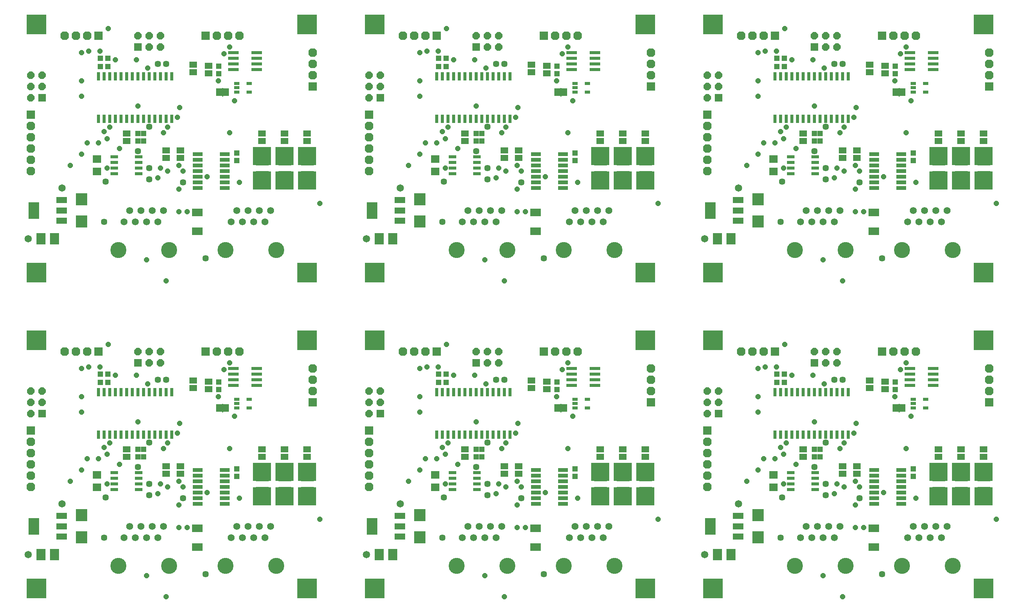
<source format=gbr>
%FSLAX23Y23*%
%MOIN*%
G04 EasyPC Gerber Version 14.0.2 Build 2922 *
%ADD74R,0.03159X0.07293*%
%ADD11R,0.04931X0.04537*%
%ADD73R,0.04931X0.02962*%
%ADD70R,0.06506X0.02962*%
%ADD18R,0.09261X0.02962*%
%ADD19R,0.08600X0.03200*%
%ADD10R,0.04537X0.04931*%
%ADD28R,0.05200X0.06900*%
%ADD12R,0.08277X0.10443*%
%ADD71R,0.09400X0.05400*%
%ADD27R,0.06506X0.05718*%
%ADD13R,0.07687X0.06899*%
%ADD17R,0.09183X0.06978*%
%ADD14R,0.10443X0.10639*%
%ADD23R,0.06600X0.06600*%
%ADD25R,0.07600X0.07600*%
%ADD21R,0.16348X0.16348*%
%ADD76R,0.17198X0.17198*%
%ADD22C,0.00100*%
%ADD29C,0.05718*%
%ADD15C,0.06143*%
%ADD72C,0.06506*%
%ADD16C,0.14195*%
%ADD20R,0.09261X0.14773*%
%AMT75*0 Octagon Pad at angle 0*4,1,8,-0.00952,-0.02300,0.00952,-0.02300,0.02300,-0.00952,0.02300,0.00952,0.00952,0.02300,-0.00952,0.02300,-0.02300,0.00952,-0.02300,-0.00952,-0.00952,-0.02300,0*%
%ADD75T75*%
%AMT24*0 Octagon Pad at angle 0*4,1,8,-0.01366,-0.03300,0.01366,-0.03300,0.03300,-0.01366,0.03300,0.01366,0.01366,0.03300,-0.01366,0.03300,-0.03300,0.01366,-0.03300,-0.01366,-0.01366,-0.03300,0*%
%ADD24T24*%
%AMT26*0 Octagon Pad at angle 0*4,1,8,-0.01573,-0.03800,0.01573,-0.03800,0.03800,-0.01573,0.03800,0.01573,0.01573,0.03800,-0.01573,0.03800,-0.03800,0.01573,-0.03800,-0.01573,-0.01573,-0.03800,0*%
%ADD26T26*%
X0Y0D02*
D02*
D10*
X1179Y1442D03*
Y1508D03*
Y4242D03*
Y4308D03*
X1229Y1442D03*
Y1508D03*
Y4242D03*
Y4308D03*
X1895Y2037D03*
Y2104D03*
Y4837D03*
Y4904D03*
X2054Y1267D03*
Y1333D03*
Y4067D03*
Y4133D03*
X4179Y1442D03*
Y1508D03*
Y4242D03*
Y4308D03*
X4229Y1442D03*
Y1508D03*
Y4242D03*
Y4308D03*
X4895Y2037D03*
Y2104D03*
Y4837D03*
Y4904D03*
X5054Y1267D03*
Y1333D03*
Y4067D03*
Y4133D03*
X7179Y1442D03*
Y1508D03*
Y4242D03*
Y4308D03*
X7229Y1442D03*
Y1508D03*
Y4242D03*
Y4308D03*
X7895Y2037D03*
Y2104D03*
Y4837D03*
Y4904D03*
X8054Y1267D03*
Y1333D03*
Y4067D03*
Y4133D03*
D02*
D11*
X845Y2100D03*
Y2175D03*
Y4900D03*
Y4975D03*
X912Y2100D03*
Y2175D03*
Y4900D03*
Y4975D03*
X3845Y2100D03*
Y2175D03*
Y4900D03*
Y4975D03*
X3912Y2100D03*
Y2175D03*
Y4900D03*
Y4975D03*
X6845Y2100D03*
Y2175D03*
Y4900D03*
Y4975D03*
X6912Y2100D03*
Y2175D03*
Y4900D03*
Y4975D03*
D02*
D12*
X319Y575D03*
Y3375D03*
X439Y575D03*
Y3375D03*
X3319Y575D03*
Y3375D03*
X3439Y575D03*
Y3375D03*
X6319Y575D03*
Y3375D03*
X6439Y575D03*
Y3375D03*
D02*
D13*
X816Y1170D03*
Y1280D03*
Y3970D03*
Y4080D03*
X3816Y1170D03*
Y1280D03*
Y3970D03*
Y4080D03*
X6816Y1170D03*
Y1280D03*
Y3970D03*
Y4080D03*
D02*
D14*
X679Y726D03*
Y924D03*
Y3526D03*
Y3724D03*
X3679Y726D03*
Y924D03*
Y3526D03*
Y3724D03*
X6679Y726D03*
Y924D03*
Y3526D03*
Y3724D03*
D02*
D15*
X1054Y725D03*
Y3525D03*
X1104Y825D03*
Y3625D03*
X1154Y725D03*
Y3525D03*
X1204Y825D03*
Y3625D03*
X1254Y725D03*
Y3525D03*
X1304Y825D03*
Y3625D03*
X1354Y725D03*
Y3525D03*
X1404Y825D03*
Y3625D03*
X2004Y725D03*
Y3525D03*
X2054Y825D03*
Y3625D03*
X2104Y725D03*
Y3525D03*
X2154Y825D03*
Y3625D03*
X2204Y725D03*
Y3525D03*
X2254Y825D03*
Y3625D03*
X2304Y725D03*
Y3525D03*
X2354Y825D03*
Y3625D03*
X4054Y725D03*
Y3525D03*
X4104Y825D03*
Y3625D03*
X4154Y725D03*
Y3525D03*
X4204Y825D03*
Y3625D03*
X4254Y725D03*
Y3525D03*
X4304Y825D03*
Y3625D03*
X4354Y725D03*
Y3525D03*
X4404Y825D03*
Y3625D03*
X5004Y725D03*
Y3525D03*
X5054Y825D03*
Y3625D03*
X5104Y725D03*
Y3525D03*
X5154Y825D03*
Y3625D03*
X5204Y725D03*
Y3525D03*
X5254Y825D03*
Y3625D03*
X5304Y725D03*
Y3525D03*
X5354Y825D03*
Y3625D03*
X7054Y725D03*
Y3525D03*
X7104Y825D03*
Y3625D03*
X7154Y725D03*
Y3525D03*
X7204Y825D03*
Y3625D03*
X7254Y725D03*
Y3525D03*
X7304Y825D03*
Y3625D03*
X7354Y725D03*
Y3525D03*
X7404Y825D03*
Y3625D03*
X8004Y725D03*
Y3525D03*
X8054Y825D03*
Y3625D03*
X8104Y725D03*
Y3525D03*
X8154Y825D03*
Y3625D03*
X8204Y725D03*
Y3525D03*
X8254Y825D03*
Y3625D03*
X8304Y725D03*
Y3525D03*
X8354Y825D03*
Y3625D03*
D02*
D16*
X1004Y475D03*
Y3275D03*
X1454Y475D03*
Y3275D03*
X1954Y475D03*
Y3275D03*
X2404Y475D03*
Y3275D03*
X4004Y475D03*
Y3275D03*
X4454Y475D03*
Y3275D03*
X4954Y475D03*
Y3275D03*
X5404Y475D03*
Y3275D03*
X7004Y475D03*
Y3275D03*
X7454Y475D03*
Y3275D03*
X7954Y475D03*
Y3275D03*
X8404Y475D03*
Y3275D03*
D02*
D17*
X1704Y642D03*
Y808D03*
Y3442D03*
Y3608D03*
X4704Y642D03*
Y808D03*
Y3442D03*
Y3608D03*
X7704Y642D03*
Y808D03*
Y3442D03*
Y3608D03*
D02*
D18*
X2026Y2075D03*
Y2125D03*
Y2175D03*
Y2225D03*
Y4875D03*
Y4925D03*
Y4975D03*
Y5025D03*
X2231Y2075D03*
Y2125D03*
Y2175D03*
Y2225D03*
Y4875D03*
Y4925D03*
Y4975D03*
Y5025D03*
X5026Y2075D03*
Y2125D03*
Y2175D03*
Y2225D03*
Y4875D03*
Y4925D03*
Y4975D03*
Y5025D03*
X5231Y2075D03*
Y2125D03*
Y2175D03*
Y2225D03*
Y4875D03*
Y4925D03*
Y4975D03*
Y5025D03*
X8026Y2075D03*
Y2125D03*
Y2175D03*
Y2225D03*
Y4875D03*
Y4925D03*
Y4975D03*
Y5025D03*
X8231Y2075D03*
Y2125D03*
Y2175D03*
Y2225D03*
Y4875D03*
Y4925D03*
Y4975D03*
Y5025D03*
D02*
D19*
X1708Y1025D03*
Y1075D03*
Y1125D03*
Y1175D03*
Y1225D03*
Y1275D03*
Y1325D03*
Y3825D03*
Y3875D03*
Y3925D03*
Y3975D03*
Y4025D03*
Y4075D03*
Y4125D03*
X1950Y1025D03*
Y1075D03*
Y1125D03*
Y1175D03*
Y1225D03*
Y1275D03*
Y1325D03*
Y3825D03*
Y3875D03*
Y3925D03*
Y3975D03*
Y4025D03*
Y4075D03*
Y4125D03*
X4708Y1025D03*
Y1075D03*
Y1125D03*
Y1175D03*
Y1225D03*
Y1275D03*
Y1325D03*
Y3825D03*
Y3875D03*
Y3925D03*
Y3975D03*
Y4025D03*
Y4075D03*
Y4125D03*
X4950Y1025D03*
Y1075D03*
Y1125D03*
Y1175D03*
Y1225D03*
Y1275D03*
Y1325D03*
Y3825D03*
Y3875D03*
Y3925D03*
Y3975D03*
Y4025D03*
Y4075D03*
Y4125D03*
X7708Y1025D03*
Y1075D03*
Y1125D03*
Y1175D03*
Y1225D03*
Y1275D03*
Y1325D03*
Y3825D03*
Y3875D03*
Y3925D03*
Y3975D03*
Y4025D03*
Y4075D03*
Y4125D03*
X7950Y1025D03*
Y1075D03*
Y1125D03*
Y1175D03*
Y1225D03*
Y1275D03*
Y1325D03*
Y3825D03*
Y3875D03*
Y3925D03*
Y3975D03*
Y4025D03*
Y4075D03*
Y4125D03*
D02*
D70*
X970Y1150D03*
Y1200D03*
Y1250D03*
Y1300D03*
Y3950D03*
Y4000D03*
Y4050D03*
Y4100D03*
X1187Y1150D03*
Y1200D03*
Y1250D03*
Y1300D03*
Y3950D03*
Y4000D03*
Y4050D03*
Y4100D03*
X3970Y1150D03*
Y1200D03*
Y1250D03*
Y1300D03*
Y3950D03*
Y4000D03*
Y4050D03*
Y4100D03*
X4187Y1150D03*
Y1200D03*
Y1250D03*
Y1300D03*
Y3950D03*
Y4000D03*
Y4050D03*
Y4100D03*
X6970Y1150D03*
Y1200D03*
Y1250D03*
Y1300D03*
Y3950D03*
Y4000D03*
Y4050D03*
Y4100D03*
X7187Y1150D03*
Y1200D03*
Y1250D03*
Y1300D03*
Y3950D03*
Y4000D03*
Y4050D03*
Y4100D03*
D02*
D71*
X501Y734D03*
Y825D03*
Y916D03*
Y3534D03*
Y3625D03*
Y3716D03*
X3501Y734D03*
Y825D03*
Y916D03*
Y3534D03*
Y3625D03*
Y3716D03*
X6501Y734D03*
Y825D03*
Y916D03*
Y3534D03*
Y3625D03*
Y3716D03*
D02*
D20*
X257Y825D03*
Y3625D03*
X3257Y825D03*
Y3625D03*
X6257Y825D03*
Y3625D03*
D02*
D21*
X2279Y1092D03*
Y1308D03*
Y3892D03*
Y4108D03*
X2479Y1092D03*
Y1308D03*
Y3892D03*
Y4108D03*
X2679Y1092D03*
Y1308D03*
Y3892D03*
Y4108D03*
X5279Y1092D03*
Y1308D03*
Y3892D03*
Y4108D03*
X5479Y1092D03*
Y1308D03*
Y3892D03*
Y4108D03*
X5679Y1092D03*
Y1308D03*
Y3892D03*
Y4108D03*
X8279Y1092D03*
Y1308D03*
Y3892D03*
Y4108D03*
X8479Y1092D03*
Y1308D03*
Y3892D03*
Y4108D03*
X8679Y1092D03*
Y1308D03*
Y3892D03*
Y4108D03*
D02*
D22*
X1926Y1839D02*
X1932D01*
Y1911*
X1926*
Y1839*
G36*
X1932*
Y1911*
X1926*
Y1839*
G37*
Y4639D02*
X1932D01*
Y4711*
X1926*
Y4639*
G36*
X1932*
Y4711*
X1926*
Y4639*
G37*
X2224Y1107D02*
X2334D01*
Y1174*
X2224*
Y1107*
G36*
X2334*
Y1174*
X2224*
Y1107*
G37*
Y1226D02*
X2334D01*
Y1293*
X2224*
Y1226*
G36*
X2334*
Y1293*
X2224*
Y1226*
G37*
Y3907D02*
X2334D01*
Y3974*
X2224*
Y3907*
G36*
X2334*
Y3974*
X2224*
Y3907*
G37*
Y4026D02*
X2334D01*
Y4093*
X2224*
Y4026*
G36*
X2334*
Y4093*
X2224*
Y4026*
G37*
X2424Y1107D02*
X2534D01*
Y1174*
X2424*
Y1107*
G36*
X2534*
Y1174*
X2424*
Y1107*
G37*
Y1226D02*
X2534D01*
Y1293*
X2424*
Y1226*
G36*
X2534*
Y1293*
X2424*
Y1226*
G37*
Y3907D02*
X2534D01*
Y3974*
X2424*
Y3907*
G36*
X2534*
Y3974*
X2424*
Y3907*
G37*
Y4026D02*
X2534D01*
Y4093*
X2424*
Y4026*
G36*
X2534*
Y4093*
X2424*
Y4026*
G37*
X2624Y1107D02*
X2734D01*
Y1174*
X2624*
Y1107*
G36*
X2734*
Y1174*
X2624*
Y1107*
G37*
Y1226D02*
X2734D01*
Y1293*
X2624*
Y1226*
G36*
X2734*
Y1293*
X2624*
Y1226*
G37*
Y3907D02*
X2734D01*
Y3974*
X2624*
Y3907*
G36*
X2734*
Y3974*
X2624*
Y3907*
G37*
Y4026D02*
X2734D01*
Y4093*
X2624*
Y4026*
G36*
X2734*
Y4093*
X2624*
Y4026*
G37*
X4926Y1839D02*
X4932D01*
Y1911*
X4926*
Y1839*
G36*
X4932*
Y1911*
X4926*
Y1839*
G37*
Y4639D02*
X4932D01*
Y4711*
X4926*
Y4639*
G36*
X4932*
Y4711*
X4926*
Y4639*
G37*
X5224Y1107D02*
X5334D01*
Y1174*
X5224*
Y1107*
G36*
X5334*
Y1174*
X5224*
Y1107*
G37*
Y1226D02*
X5334D01*
Y1293*
X5224*
Y1226*
G36*
X5334*
Y1293*
X5224*
Y1226*
G37*
Y3907D02*
X5334D01*
Y3974*
X5224*
Y3907*
G36*
X5334*
Y3974*
X5224*
Y3907*
G37*
Y4026D02*
X5334D01*
Y4093*
X5224*
Y4026*
G36*
X5334*
Y4093*
X5224*
Y4026*
G37*
X5424Y1107D02*
X5534D01*
Y1174*
X5424*
Y1107*
G36*
X5534*
Y1174*
X5424*
Y1107*
G37*
Y1226D02*
X5534D01*
Y1293*
X5424*
Y1226*
G36*
X5534*
Y1293*
X5424*
Y1226*
G37*
Y3907D02*
X5534D01*
Y3974*
X5424*
Y3907*
G36*
X5534*
Y3974*
X5424*
Y3907*
G37*
Y4026D02*
X5534D01*
Y4093*
X5424*
Y4026*
G36*
X5534*
Y4093*
X5424*
Y4026*
G37*
X5624Y1107D02*
X5734D01*
Y1174*
X5624*
Y1107*
G36*
X5734*
Y1174*
X5624*
Y1107*
G37*
Y1226D02*
X5734D01*
Y1293*
X5624*
Y1226*
G36*
X5734*
Y1293*
X5624*
Y1226*
G37*
Y3907D02*
X5734D01*
Y3974*
X5624*
Y3907*
G36*
X5734*
Y3974*
X5624*
Y3907*
G37*
Y4026D02*
X5734D01*
Y4093*
X5624*
Y4026*
G36*
X5734*
Y4093*
X5624*
Y4026*
G37*
X7926Y1839D02*
X7932D01*
Y1911*
X7926*
Y1839*
G36*
X7932*
Y1911*
X7926*
Y1839*
G37*
Y4639D02*
X7932D01*
Y4711*
X7926*
Y4639*
G36*
X7932*
Y4711*
X7926*
Y4639*
G37*
X8224Y1107D02*
X8334D01*
Y1174*
X8224*
Y1107*
G36*
X8334*
Y1174*
X8224*
Y1107*
G37*
Y1226D02*
X8334D01*
Y1293*
X8224*
Y1226*
G36*
X8334*
Y1293*
X8224*
Y1226*
G37*
Y3907D02*
X8334D01*
Y3974*
X8224*
Y3907*
G36*
X8334*
Y3974*
X8224*
Y3907*
G37*
Y4026D02*
X8334D01*
Y4093*
X8224*
Y4026*
G36*
X8334*
Y4093*
X8224*
Y4026*
G37*
X8424Y1107D02*
X8534D01*
Y1174*
X8424*
Y1107*
G36*
X8534*
Y1174*
X8424*
Y1107*
G37*
Y1226D02*
X8534D01*
Y1293*
X8424*
Y1226*
G36*
X8534*
Y1293*
X8424*
Y1226*
G37*
Y3907D02*
X8534D01*
Y3974*
X8424*
Y3907*
G36*
X8534*
Y3974*
X8424*
Y3907*
G37*
Y4026D02*
X8534D01*
Y4093*
X8424*
Y4026*
G36*
X8534*
Y4093*
X8424*
Y4026*
G37*
X8624Y1107D02*
X8734D01*
Y1174*
X8624*
Y1107*
G36*
X8734*
Y1174*
X8624*
Y1107*
G37*
Y1226D02*
X8734D01*
Y1293*
X8624*
Y1226*
G36*
X8734*
Y1293*
X8624*
Y1226*
G37*
Y3907D02*
X8734D01*
Y3974*
X8624*
Y3907*
G36*
X8734*
Y3974*
X8624*
Y3907*
G37*
Y4026D02*
X8734D01*
Y4093*
X8624*
Y4026*
G36*
X8734*
Y4093*
X8624*
Y4026*
G37*
D02*
D23*
X329Y1825D03*
Y4625D03*
X1179Y2275D03*
Y5075D03*
X3329Y1825D03*
Y4625D03*
X4179Y2275D03*
Y5075D03*
X6329Y1825D03*
Y4625D03*
X7179Y2275D03*
Y5075D03*
D02*
D24*
X229Y1825D03*
Y1925D03*
Y2025D03*
Y4625D03*
Y4725D03*
Y4825D03*
X329Y1925D03*
Y2025D03*
Y4725D03*
Y4825D03*
X1179Y2375D03*
Y5175D03*
X1279Y2275D03*
Y2375D03*
Y5075D03*
Y5175D03*
X1379Y2275D03*
Y2375D03*
Y5075D03*
Y5175D03*
X3229Y1825D03*
Y1925D03*
Y2025D03*
Y4625D03*
Y4725D03*
Y4825D03*
X3329Y1925D03*
Y2025D03*
Y4725D03*
Y4825D03*
X4179Y2375D03*
Y5175D03*
X4279Y2275D03*
Y2375D03*
Y5075D03*
Y5175D03*
X4379Y2275D03*
Y2375D03*
Y5075D03*
Y5175D03*
X6229Y1825D03*
Y1925D03*
Y2025D03*
Y4625D03*
Y4725D03*
Y4825D03*
X6329Y1925D03*
Y2025D03*
Y4725D03*
Y4825D03*
X7179Y2375D03*
Y5175D03*
X7279Y2275D03*
Y2375D03*
Y5075D03*
Y5175D03*
X7379Y2275D03*
Y2375D03*
Y5075D03*
Y5175D03*
D02*
D25*
X229Y1675D03*
Y4475D03*
X829Y2375D03*
Y5175D03*
X1779Y2375D03*
Y5175D03*
X2729Y1925D03*
Y4725D03*
X3229Y1675D03*
Y4475D03*
X3829Y2375D03*
Y5175D03*
X4779Y2375D03*
Y5175D03*
X5729Y1925D03*
Y4725D03*
X6229Y1675D03*
Y4475D03*
X6829Y2375D03*
Y5175D03*
X7779Y2375D03*
Y5175D03*
X8729Y1925D03*
Y4725D03*
D02*
D26*
X229Y1175D03*
Y1275D03*
Y1375D03*
Y1475D03*
Y1575D03*
Y3975D03*
Y4075D03*
Y4175D03*
Y4275D03*
Y4375D03*
X529Y2375D03*
Y5175D03*
X629Y2375D03*
Y5175D03*
X729Y2375D03*
Y5175D03*
X1879Y2375D03*
Y5175D03*
X1979Y2375D03*
Y5175D03*
X2079Y2375D03*
Y5175D03*
X2729Y2025D03*
Y2125D03*
Y2225D03*
Y4825D03*
Y4925D03*
Y5025D03*
X3229Y1175D03*
Y1275D03*
Y1375D03*
Y1475D03*
Y1575D03*
Y3975D03*
Y4075D03*
Y4175D03*
Y4275D03*
Y4375D03*
X3529Y2375D03*
Y5175D03*
X3629Y2375D03*
Y5175D03*
X3729Y2375D03*
Y5175D03*
X4879Y2375D03*
Y5175D03*
X4979Y2375D03*
Y5175D03*
X5079Y2375D03*
Y5175D03*
X5729Y2025D03*
Y2125D03*
Y2225D03*
Y4825D03*
Y4925D03*
Y5025D03*
X6229Y1175D03*
Y1275D03*
Y1375D03*
Y1475D03*
Y1575D03*
Y3975D03*
Y4075D03*
Y4175D03*
Y4275D03*
Y4375D03*
X6529Y2375D03*
Y5175D03*
X6629Y2375D03*
Y5175D03*
X6729Y2375D03*
Y5175D03*
X7879Y2375D03*
Y5175D03*
X7979Y2375D03*
Y5175D03*
X8079Y2375D03*
Y5175D03*
X8729Y2025D03*
Y2125D03*
Y2225D03*
Y4825D03*
Y4925D03*
Y5025D03*
D02*
D27*
X1079Y1442D03*
Y1508D03*
Y4242D03*
Y4308D03*
X1429Y1292D03*
Y1358D03*
Y4092D03*
Y4158D03*
X1554Y1292D03*
Y1358D03*
Y4092D03*
Y4158D03*
X1668Y2050D03*
Y2116D03*
Y4850D03*
Y4916D03*
X1804Y2042D03*
Y2108D03*
Y4842D03*
Y4908D03*
X2279Y1442D03*
Y1508D03*
Y4242D03*
Y4308D03*
X2479Y1442D03*
Y1508D03*
Y4242D03*
Y4308D03*
X2679Y1442D03*
Y1508D03*
Y4242D03*
Y4308D03*
X4079Y1442D03*
Y1508D03*
Y4242D03*
Y4308D03*
X4429Y1292D03*
Y1358D03*
Y4092D03*
Y4158D03*
X4554Y1292D03*
Y1358D03*
Y4092D03*
Y4158D03*
X4668Y2050D03*
Y2116D03*
Y4850D03*
Y4916D03*
X4804Y2042D03*
Y2108D03*
Y4842D03*
Y4908D03*
X5279Y1442D03*
Y1508D03*
Y4242D03*
Y4308D03*
X5479Y1442D03*
Y1508D03*
Y4242D03*
Y4308D03*
X5679Y1442D03*
Y1508D03*
Y4242D03*
Y4308D03*
X7079Y1442D03*
Y1508D03*
Y4242D03*
Y4308D03*
X7429Y1292D03*
Y1358D03*
Y4092D03*
Y4158D03*
X7554Y1292D03*
Y1358D03*
Y4092D03*
Y4158D03*
X7668Y2050D03*
Y2116D03*
Y4850D03*
Y4916D03*
X7804Y2042D03*
Y2108D03*
Y4842D03*
Y4908D03*
X8279Y1442D03*
Y1508D03*
Y4242D03*
Y4308D03*
X8479Y1442D03*
Y1508D03*
Y4242D03*
Y4308D03*
X8679Y1442D03*
Y1508D03*
Y4242D03*
Y4308D03*
D02*
D28*
X1899Y1875D03*
Y4675D03*
X1959Y1875D03*
Y4675D03*
X4899Y1875D03*
Y4675D03*
X4959Y1875D03*
Y4675D03*
X7899Y1875D03*
Y4675D03*
X7959Y1875D03*
Y4675D03*
D02*
D29*
X879Y725D03*
Y3525D03*
X892Y1082D03*
Y3882D03*
X1179Y1350D03*
Y4150D03*
X1279Y1100D03*
Y1200D03*
Y1567D03*
Y3900D03*
Y4000D03*
Y4367D03*
X1354Y2125D03*
Y4925D03*
X1429Y2125D03*
Y4925D03*
X1579Y1075D03*
Y3875D03*
X1779Y400D03*
Y3200D03*
X3879Y725D03*
Y3525D03*
X3892Y1082D03*
Y3882D03*
X4179Y1350D03*
Y4150D03*
X4279Y1100D03*
Y1200D03*
Y1567D03*
Y3900D03*
Y4000D03*
Y4367D03*
X4354Y2125D03*
Y4925D03*
X4429Y2125D03*
Y4925D03*
X4579Y1075D03*
Y3875D03*
X4779Y400D03*
Y3200D03*
X6879Y725D03*
Y3525D03*
X6892Y1082D03*
Y3882D03*
X7179Y1350D03*
Y4150D03*
X7279Y1100D03*
Y1200D03*
Y1567D03*
Y3900D03*
Y4000D03*
Y4367D03*
X7354Y2125D03*
Y4925D03*
X7429Y2125D03*
Y4925D03*
X7579Y1075D03*
Y3875D03*
X7779Y400D03*
Y3200D03*
D02*
D72*
X204Y575D03*
Y3375D03*
X504Y1025D03*
Y3825D03*
X3204Y575D03*
Y3375D03*
X3504Y1025D03*
Y3825D03*
X6204Y575D03*
Y3375D03*
X6504Y1025D03*
Y3825D03*
D02*
D73*
X2054Y1875D03*
Y1913D03*
Y1950D03*
Y4675D03*
Y4713D03*
Y4750D03*
X2164Y1875D03*
Y1950D03*
Y4675D03*
Y4750D03*
X5054Y1875D03*
Y1913D03*
Y1950D03*
Y4675D03*
Y4713D03*
Y4750D03*
X5164Y1875D03*
Y1950D03*
Y4675D03*
Y4750D03*
X8054Y1875D03*
Y1913D03*
Y1950D03*
Y4675D03*
Y4713D03*
Y4750D03*
X8164Y1875D03*
Y1950D03*
Y4675D03*
Y4750D03*
D02*
D74*
X829Y1637D03*
Y2013D03*
Y4437D03*
Y4813D03*
X879Y1637D03*
Y2013D03*
Y4437D03*
Y4813D03*
X929Y1637D03*
Y2013D03*
Y4437D03*
Y4813D03*
X979Y1637D03*
Y2013D03*
Y4437D03*
Y4813D03*
X1029Y1637D03*
Y2013D03*
Y4437D03*
Y4813D03*
X1079Y1637D03*
Y2013D03*
Y4437D03*
Y4813D03*
X1129Y1637D03*
Y2013D03*
Y4437D03*
Y4813D03*
X1179Y1637D03*
Y2013D03*
Y4437D03*
Y4813D03*
X1229Y1637D03*
Y2013D03*
Y4437D03*
Y4813D03*
X1279Y1637D03*
Y2013D03*
Y4437D03*
Y4813D03*
X1329Y1637D03*
Y2013D03*
Y4437D03*
Y4813D03*
X1379Y1637D03*
Y2013D03*
Y4437D03*
Y4813D03*
X1429Y1637D03*
Y2013D03*
Y4437D03*
Y4813D03*
X1479Y1637D03*
Y2013D03*
Y4437D03*
Y4813D03*
X3829Y1637D03*
Y2013D03*
Y4437D03*
Y4813D03*
X3879Y1637D03*
Y2013D03*
Y4437D03*
Y4813D03*
X3929Y1637D03*
Y2013D03*
Y4437D03*
Y4813D03*
X3979Y1637D03*
Y2013D03*
Y4437D03*
Y4813D03*
X4029Y1637D03*
Y2013D03*
Y4437D03*
Y4813D03*
X4079Y1637D03*
Y2013D03*
Y4437D03*
Y4813D03*
X4129Y1637D03*
Y2013D03*
Y4437D03*
Y4813D03*
X4179Y1637D03*
Y2013D03*
Y4437D03*
Y4813D03*
X4229Y1637D03*
Y2013D03*
Y4437D03*
Y4813D03*
X4279Y1637D03*
Y2013D03*
Y4437D03*
Y4813D03*
X4329Y1637D03*
Y2013D03*
Y4437D03*
Y4813D03*
X4379Y1637D03*
Y2013D03*
Y4437D03*
Y4813D03*
X4429Y1637D03*
Y2013D03*
Y4437D03*
Y4813D03*
X4479Y1637D03*
Y2013D03*
Y4437D03*
Y4813D03*
X6829Y1637D03*
Y2013D03*
Y4437D03*
Y4813D03*
X6879Y1637D03*
Y2013D03*
Y4437D03*
Y4813D03*
X6929Y1637D03*
Y2013D03*
Y4437D03*
Y4813D03*
X6979Y1637D03*
Y2013D03*
Y4437D03*
Y4813D03*
X7029Y1637D03*
Y2013D03*
Y4437D03*
Y4813D03*
X7079Y1637D03*
Y2013D03*
Y4437D03*
Y4813D03*
X7129Y1637D03*
Y2013D03*
Y4437D03*
Y4813D03*
X7179Y1637D03*
Y2013D03*
Y4437D03*
Y4813D03*
X7229Y1637D03*
Y2013D03*
Y4437D03*
Y4813D03*
X7279Y1637D03*
Y2013D03*
Y4437D03*
Y4813D03*
X7329Y1637D03*
Y2013D03*
Y4437D03*
Y4813D03*
X7379Y1637D03*
Y2013D03*
Y4437D03*
Y4813D03*
X7429Y1637D03*
Y2013D03*
Y4437D03*
Y4813D03*
X7479Y1637D03*
Y2013D03*
Y4437D03*
Y4813D03*
D02*
D75*
X579Y1225D03*
Y4025D03*
X679Y1325D03*
Y1838D03*
Y1975D03*
Y2225D03*
Y4125D03*
Y4638D03*
Y4775D03*
Y5025D03*
X729Y1425D03*
Y4225D03*
X741Y2238D03*
Y5038D03*
X829Y1425D03*
Y4225D03*
X841Y2238D03*
Y5038D03*
X879Y1525D03*
Y4325D03*
X904Y1200D03*
Y1463D03*
Y4000D03*
Y4262D03*
X916Y2438D03*
Y5237D03*
X929Y1563D03*
Y4363D03*
X979Y2163D03*
Y4962D03*
X1016Y1375D03*
Y4175D03*
X1166Y2163D03*
Y4962D03*
X1179Y1750D03*
Y4550D03*
X1254Y388D03*
Y3188D03*
X1266Y2088D03*
Y4888D03*
X1354Y1113D03*
Y3913D03*
X1379Y1200D03*
Y4000D03*
X1404Y1513D03*
Y4313D03*
X1429Y200D03*
Y3000D03*
X1441Y1175D03*
Y1563D03*
Y3975D03*
Y4363D03*
X1529Y1650D03*
Y4450D03*
X1541Y813D03*
Y1013D03*
Y1225D03*
Y3613D03*
Y3813D03*
Y4025D03*
X1548Y1738D03*
Y4538D03*
X1579Y1175D03*
Y3975D03*
X1616Y813D03*
Y3613D03*
X1791Y1125D03*
Y3925D03*
X1891Y1975D03*
Y4775D03*
X1941Y2213D03*
Y5013D03*
X1991Y1513D03*
Y2275D03*
Y4313D03*
Y5075D03*
X2034Y1800D03*
Y4599D03*
X2079Y1075D03*
Y3875D03*
X2791Y888D03*
Y3688D03*
X3579Y1225D03*
Y4025D03*
X3679Y1325D03*
Y1838D03*
Y1975D03*
Y2225D03*
Y4125D03*
Y4638D03*
Y4775D03*
Y5025D03*
X3729Y1425D03*
Y4225D03*
X3741Y2238D03*
Y5038D03*
X3829Y1425D03*
Y4225D03*
X3841Y2238D03*
Y5038D03*
X3879Y1525D03*
Y4325D03*
X3904Y1200D03*
Y1463D03*
Y4000D03*
Y4262D03*
X3916Y2438D03*
Y5237D03*
X3929Y1563D03*
Y4363D03*
X3979Y2163D03*
Y4962D03*
X4016Y1375D03*
Y4175D03*
X4166Y2163D03*
Y4962D03*
X4179Y1750D03*
Y4550D03*
X4254Y388D03*
Y3188D03*
X4266Y2088D03*
Y4888D03*
X4354Y1113D03*
Y3913D03*
X4379Y1200D03*
Y4000D03*
X4404Y1513D03*
Y4313D03*
X4429Y200D03*
Y3000D03*
X4441Y1175D03*
Y1563D03*
Y3975D03*
Y4363D03*
X4529Y1650D03*
Y4450D03*
X4541Y813D03*
Y1013D03*
Y1225D03*
Y3613D03*
Y3813D03*
Y4025D03*
X4548Y1738D03*
Y4538D03*
X4579Y1175D03*
Y3975D03*
X4616Y813D03*
Y3613D03*
X4791Y1125D03*
Y3925D03*
X4891Y1975D03*
Y4775D03*
X4941Y2213D03*
Y5013D03*
X4991Y1513D03*
Y2275D03*
Y4313D03*
Y5075D03*
X5034Y1800D03*
Y4599D03*
X5079Y1075D03*
Y3875D03*
X5791Y888D03*
Y3688D03*
X6579Y1225D03*
Y4025D03*
X6679Y1325D03*
Y1838D03*
Y1975D03*
Y2225D03*
Y4125D03*
Y4638D03*
Y4775D03*
Y5025D03*
X6729Y1425D03*
Y4225D03*
X6741Y2238D03*
Y5038D03*
X6829Y1425D03*
Y4225D03*
X6841Y2238D03*
Y5038D03*
X6879Y1525D03*
Y4325D03*
X6904Y1200D03*
Y1463D03*
Y4000D03*
Y4262D03*
X6916Y2438D03*
Y5237D03*
X6929Y1563D03*
Y4363D03*
X6979Y2163D03*
Y4962D03*
X7016Y1375D03*
Y4175D03*
X7166Y2163D03*
Y4962D03*
X7179Y1750D03*
Y4550D03*
X7254Y388D03*
Y3188D03*
X7266Y2088D03*
Y4888D03*
X7354Y1113D03*
Y3913D03*
X7379Y1200D03*
Y4000D03*
X7404Y1513D03*
Y4313D03*
X7429Y200D03*
Y3000D03*
X7441Y1175D03*
Y1563D03*
Y3975D03*
Y4363D03*
X7529Y1650D03*
Y4450D03*
X7541Y813D03*
Y1013D03*
Y1225D03*
Y3613D03*
Y3813D03*
Y4025D03*
X7548Y1738D03*
Y4538D03*
X7579Y1175D03*
Y3975D03*
X7616Y813D03*
Y3613D03*
X7791Y1125D03*
Y3925D03*
X7891Y1975D03*
Y4775D03*
X7941Y2213D03*
Y5013D03*
X7991Y1513D03*
Y2275D03*
Y4313D03*
Y5075D03*
X8034Y1800D03*
Y4599D03*
X8079Y1075D03*
Y3875D03*
X8791Y888D03*
Y3688D03*
D02*
D76*
X279Y275D03*
Y2475D03*
Y3075D03*
Y5275D03*
X2679Y275D03*
Y2475D03*
Y3075D03*
Y5275D03*
X3279Y275D03*
Y2475D03*
Y3075D03*
Y5275D03*
X5679Y275D03*
Y2475D03*
Y3075D03*
Y5275D03*
X6279Y275D03*
Y2475D03*
Y3075D03*
Y5275D03*
X8679Y275D03*
Y2475D03*
Y3075D03*
Y5275D03*
X0Y0D02*
M02*

</source>
